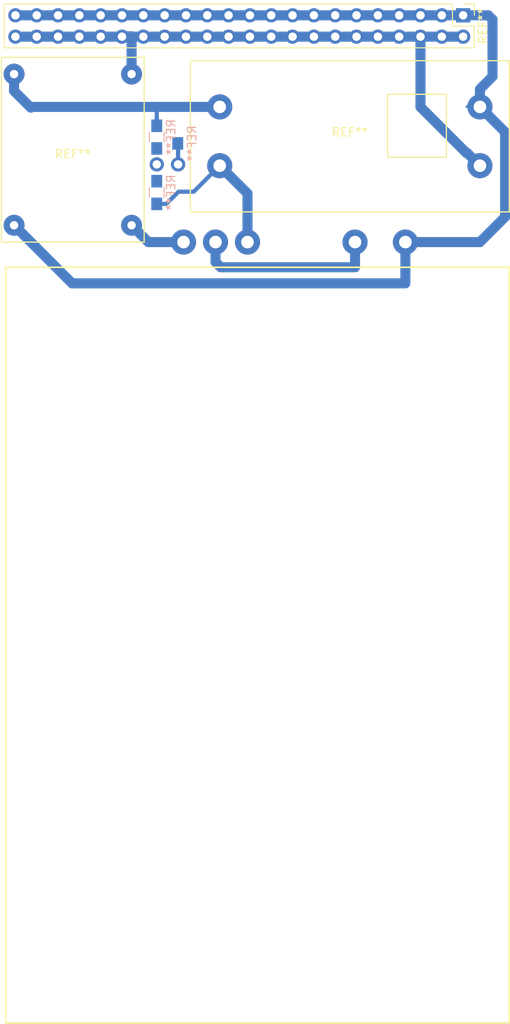
<source format=kicad_pcb>
(kicad_pcb (version 20171130) (host pcbnew 5.0.0)

  (general
    (thickness 1.6)
    (drawings 4)
    (tracks 51)
    (zones 0)
    (modules 8)
    (nets 1)
  )

  (page A4)
  (layers
    (0 F.Cu signal)
    (31 B.Cu signal)
    (32 B.Adhes user)
    (33 F.Adhes user)
    (34 B.Paste user)
    (35 F.Paste user)
    (36 B.SilkS user)
    (37 F.SilkS user)
    (38 B.Mask user)
    (39 F.Mask user)
    (40 Dwgs.User user)
    (41 Cmts.User user)
    (42 Eco1.User user)
    (43 Eco2.User user)
    (44 Edge.Cuts user)
    (45 Margin user)
    (46 B.CrtYd user)
    (47 F.CrtYd user)
    (48 B.Fab user hide)
    (49 F.Fab user hide)
  )

  (setup
    (last_trace_width 1.2)
    (user_trace_width 0.5)
    (user_trace_width 0.8)
    (user_trace_width 1)
    (user_trace_width 1.2)
    (trace_clearance 0.2)
    (zone_clearance 0.508)
    (zone_45_only no)
    (trace_min 0.2)
    (segment_width 0.2)
    (edge_width 0.15)
    (via_size 0.8)
    (via_drill 0.4)
    (via_min_size 0.4)
    (via_min_drill 0.3)
    (uvia_size 0.3)
    (uvia_drill 0.1)
    (uvias_allowed no)
    (uvia_min_size 0.2)
    (uvia_min_drill 0.1)
    (pcb_text_width 0.3)
    (pcb_text_size 1.5 1.5)
    (mod_edge_width 0.15)
    (mod_text_size 1 1)
    (mod_text_width 0.15)
    (pad_size 1.7 1.7)
    (pad_drill 1)
    (pad_to_mask_clearance 0.2)
    (aux_axis_origin 37.5 85)
    (visible_elements FFFFFF7F)
    (pcbplotparams
      (layerselection 0x00000_fffffffe)
      (usegerberextensions false)
      (usegerberattributes false)
      (usegerberadvancedattributes false)
      (creategerberjobfile false)
      (excludeedgelayer true)
      (linewidth 0.150000)
      (plotframeref false)
      (viasonmask false)
      (mode 1)
      (useauxorigin true)
      (hpglpennumber 1)
      (hpglpenspeed 20)
      (hpglpendiameter 15.000000)
      (psnegative false)
      (psa4output false)
      (plotreference true)
      (plotvalue true)
      (plotinvisibletext false)
      (padsonsilk false)
      (subtractmaskfromsilk false)
      (outputformat 1)
      (mirror false)
      (drillshape 0)
      (scaleselection 1)
      (outputdirectory ""))
  )

  (net 0 "")

  (net_class Default "This is the default net class."
    (clearance 0.2)
    (trace_width 0.25)
    (via_dia 0.8)
    (via_drill 0.4)
    (uvia_dia 0.3)
    (uvia_drill 0.1)
  )

  (net_class power ""
    (clearance 0.2)
    (trace_width 1)
    (via_dia 0.8)
    (via_drill 0.4)
    (uvia_dia 0.3)
    (uvia_drill 0.1)
  )

  (module upConv (layer F.Cu) (tedit 5B61B05D) (tstamp 5B61984D)
    (at 81 64.405 180)
    (fp_text reference REF** (at 0 0.5 180) (layer F.SilkS)
      (effects (font (size 1 1) (thickness 0.15)))
    )
    (fp_text value upConv (at 0 -0.5 180) (layer F.Fab)
      (effects (font (size 1 1) (thickness 0.15)))
    )
    (fp_line (start -19 -9) (end -19 9) (layer F.SilkS) (width 0.15))
    (fp_line (start -19 9) (end 19 9) (layer F.SilkS) (width 0.15))
    (fp_line (start 19 9) (end 19 -9) (layer F.SilkS) (width 0.15))
    (fp_line (start 19 -9) (end -19 -9) (layer F.SilkS) (width 0.15))
    (fp_line (start -11.5 5) (end -4.5 5) (layer F.SilkS) (width 0.15))
    (fp_line (start -4.5 5) (end -4.5 -2.5) (layer F.SilkS) (width 0.15))
    (fp_line (start -4.5 -2.5) (end -11.5 -2.5) (layer F.SilkS) (width 0.15))
    (fp_line (start -11.5 -2.5) (end -11.5 5) (layer F.SilkS) (width 0.15))
    (pad out+ thru_hole circle (at -15.5 -3.5 180) (size 3 3) (drill 1.5) (layers *.Cu *.Mask))
    (pad in+ thru_hole circle (at 15.5 -3.5 180) (size 3 3) (drill 1.5) (layers *.Cu *.Mask))
    (pad out- thru_hole circle (at -15.5 3.5 180) (size 3 3) (drill 1.5) (layers *.Cu *.Mask))
    (pad in- thru_hole circle (at 15.5 3.5 180) (size 3 3) (drill 1.5) (layers *.Cu *.Mask))
  )

  (module Resistors_SMD:R_0805_HandSoldering (layer B.Cu) (tedit 5B61AF8C) (tstamp 5B61AFFE)
    (at 60.5 65.25 90)
    (descr "Resistor SMD 0805, hand soldering")
    (tags "resistor 0805")
    (attr smd)
    (fp_text reference REF** (at 0 1.7 90) (layer B.SilkS)
      (effects (font (size 1 1) (thickness 0.15)) (justify mirror))
    )
    (fp_text value " " (at 0 -1.75 90) (layer B.Fab)
      (effects (font (size 1 1) (thickness 0.15)) (justify mirror))
    )
    (pad 1 smd rect (at 0 0 90) (size 1.5 1.3) (layers B.Cu B.Paste B.Mask))
    (model ${KISYS3DMOD}/Resistors_SMD.3dshapes/R_0805.wrl
      (at (xyz 0 0 0))
      (scale (xyz 1 1 1))
      (rotate (xyz 0 0 0))
    )
  )

  (module Resistors_SMD:R_0805_HandSoldering (layer B.Cu) (tedit 58E0A804) (tstamp 5B61AF21)
    (at 58 64.5 90)
    (descr "Resistor SMD 0805, hand soldering")
    (tags "resistor 0805")
    (attr smd)
    (fp_text reference REF** (at 0 1.7 90) (layer B.SilkS)
      (effects (font (size 1 1) (thickness 0.15)) (justify mirror))
    )
    (fp_text value R_0805_HandSoldering (at 0 -1.75 90) (layer B.Fab)
      (effects (font (size 1 1) (thickness 0.15)) (justify mirror))
    )
    (fp_line (start 2.35 -0.9) (end -2.35 -0.9) (layer B.CrtYd) (width 0.05))
    (fp_line (start 2.35 -0.9) (end 2.35 0.9) (layer B.CrtYd) (width 0.05))
    (fp_line (start -2.35 0.9) (end -2.35 -0.9) (layer B.CrtYd) (width 0.05))
    (fp_line (start -2.35 0.9) (end 2.35 0.9) (layer B.CrtYd) (width 0.05))
    (fp_line (start -0.6 0.88) (end 0.6 0.88) (layer B.SilkS) (width 0.12))
    (fp_line (start 0.6 -0.88) (end -0.6 -0.88) (layer B.SilkS) (width 0.12))
    (fp_line (start -1 0.62) (end 1 0.62) (layer B.Fab) (width 0.1))
    (fp_line (start 1 0.62) (end 1 -0.62) (layer B.Fab) (width 0.1))
    (fp_line (start 1 -0.62) (end -1 -0.62) (layer B.Fab) (width 0.1))
    (fp_line (start -1 -0.62) (end -1 0.62) (layer B.Fab) (width 0.1))
    (fp_text user %R (at 0 0 90) (layer B.Fab)
      (effects (font (size 0.5 0.5) (thickness 0.075)) (justify mirror))
    )
    (pad 2 smd rect (at 1.35 0 90) (size 1.5 1.3) (layers B.Cu B.Paste B.Mask))
    (pad 1 smd rect (at -1.35 0 90) (size 1.5 1.3) (layers B.Cu B.Paste B.Mask))
    (model ${KISYS3DMOD}/Resistors_SMD.3dshapes/R_0805.wrl
      (at (xyz 0 0 0))
      (scale (xyz 1 1 1))
      (rotate (xyz 0 0 0))
    )
  )

  (module header (layer F.Cu) (tedit 5B619F85) (tstamp 5B619FD8)
    (at 61.19 77)
    (fp_text reference "" (at 0 0.5) (layer F.SilkS)
      (effects (font (size 1 1) (thickness 0.15)))
    )
    (fp_text value "" (at 0 -0.5) (layer F.Fab)
      (effects (font (size 1 1) (thickness 0.15)))
    )
    (pad 1 thru_hole circle (at 0 0) (size 3 3) (drill 1.5) (layers *.Cu *.Mask))
    (pad 2 thru_hole circle (at 3.81 0) (size 3 3) (drill 1.5) (layers *.Cu *.Mask))
    (pad 3 thru_hole circle (at 7.62 0) (size 3 3) (drill 1.5) (layers *.Cu *.Mask))
  )

  (module header (layer F.Cu) (tedit 5B61AFDC) (tstamp 5B619F38)
    (at 58 67.75)
    (fp_text reference "" (at 0 0.5) (layer F.SilkS)
      (effects (font (size 1 1) (thickness 0.15)))
    )
    (fp_text value "" (at 0 -0.5) (layer F.Fab)
      (effects (font (size 1 1) (thickness 0.15)))
    )
    (pad 2 thru_hole circle (at 2.54 0) (size 1.7 1.7) (drill 1) (layers *.Cu *.Mask))
    (pad 1 thru_hole circle (at 0 0) (size 1.7 1.7) (drill 1) (layers *.Cu *.Mask))
  )

  (module charger (layer F.Cu) (tedit 5B619C10) (tstamp 5B619C79)
    (at 48 66)
    (fp_text reference REF** (at 0 0.5) (layer F.SilkS)
      (effects (font (size 1 1) (thickness 0.15)))
    )
    (fp_text value charger (at 0 -0.5) (layer F.Fab)
      (effects (font (size 1 1) (thickness 0.15)))
    )
    (fp_line (start -8.5 -11) (end 8.5 -11) (layer F.SilkS) (width 0.15))
    (fp_line (start 8.5 -11) (end 8.5 11) (layer F.SilkS) (width 0.15))
    (fp_line (start 8.5 11) (end -8.5 11) (layer F.SilkS) (width 0.15))
    (fp_line (start -8.5 11) (end -8.5 -11) (layer F.SilkS) (width 0.15))
    (pad in- thru_hole circle (at -7 -9) (size 2.5 2.5) (drill 1) (layers *.Cu *.Mask))
    (pad in+ thru_hole circle (at 7 -9) (size 2.5 2.5) (drill 1) (layers *.Cu *.Mask))
    (pad bat- thru_hole circle (at -7 9) (size 2.5 2.5) (drill 1) (layers *.Cu *.Mask))
    (pad bat+ thru_hole circle (at 7 9) (size 2.5 2.5) (drill 1) (layers *.Cu *.Mask))
  )

  (module Resistors_SMD:R_0805_HandSoldering (layer B.Cu) (tedit 58E0A804) (tstamp 5B61AEBF)
    (at 58 71.1 90)
    (descr "Resistor SMD 0805, hand soldering")
    (tags "resistor 0805")
    (attr smd)
    (fp_text reference REF** (at 0 1.7 90) (layer B.SilkS)
      (effects (font (size 1 1) (thickness 0.15)) (justify mirror))
    )
    (fp_text value R_0805_HandSoldering (at 0 -1.75 90) (layer B.Fab)
      (effects (font (size 1 1) (thickness 0.15)) (justify mirror))
    )
    (fp_text user %R (at 0 0 90) (layer B.Fab)
      (effects (font (size 0.5 0.5) (thickness 0.075)) (justify mirror))
    )
    (fp_line (start -1 -0.62) (end -1 0.62) (layer B.Fab) (width 0.1))
    (fp_line (start 1 -0.62) (end -1 -0.62) (layer B.Fab) (width 0.1))
    (fp_line (start 1 0.62) (end 1 -0.62) (layer B.Fab) (width 0.1))
    (fp_line (start -1 0.62) (end 1 0.62) (layer B.Fab) (width 0.1))
    (fp_line (start 0.6 -0.88) (end -0.6 -0.88) (layer B.SilkS) (width 0.12))
    (fp_line (start -0.6 0.88) (end 0.6 0.88) (layer B.SilkS) (width 0.12))
    (fp_line (start -2.35 0.9) (end 2.35 0.9) (layer B.CrtYd) (width 0.05))
    (fp_line (start -2.35 0.9) (end -2.35 -0.9) (layer B.CrtYd) (width 0.05))
    (fp_line (start 2.35 -0.9) (end 2.35 0.9) (layer B.CrtYd) (width 0.05))
    (fp_line (start 2.35 -0.9) (end -2.35 -0.9) (layer B.CrtYd) (width 0.05))
    (pad 1 smd rect (at -1.35 0 90) (size 1.5 1.3) (layers B.Cu B.Paste B.Mask))
    (pad 2 smd rect (at 1.35 0 90) (size 1.5 1.3) (layers B.Cu B.Paste B.Mask))
    (model ${KISYS3DMOD}/Resistors_SMD.3dshapes/R_0805.wrl
      (at (xyz 0 0 0))
      (scale (xyz 1 1 1))
      (rotate (xyz 0 0 0))
    )
  )

  (module Pin_Headers:Pin_Header_Straight_2x22_Pitch2.54mm (layer F.Cu) (tedit 59650533) (tstamp 5B61B27F)
    (at 94.5 50 270)
    (descr "Through hole straight pin header, 2x22, 2.54mm pitch, double rows")
    (tags "Through hole pin header THT 2x22 2.54mm double row")
    (fp_text reference REF** (at 1.27 -2.33 270) (layer F.SilkS)
      (effects (font (size 1 1) (thickness 0.15)))
    )
    (fp_text value Pin_Header_Straight_2x22_Pitch2.54mm (at 1.27 55.67 270) (layer F.Fab)
      (effects (font (size 1 1) (thickness 0.15)))
    )
    (fp_line (start 0 -1.27) (end 3.81 -1.27) (layer F.Fab) (width 0.1))
    (fp_line (start 3.81 -1.27) (end 3.81 54.61) (layer F.Fab) (width 0.1))
    (fp_line (start 3.81 54.61) (end -1.27 54.61) (layer F.Fab) (width 0.1))
    (fp_line (start -1.27 54.61) (end -1.27 0) (layer F.Fab) (width 0.1))
    (fp_line (start -1.27 0) (end 0 -1.27) (layer F.Fab) (width 0.1))
    (fp_line (start -1.33 54.67) (end 3.87 54.67) (layer F.SilkS) (width 0.12))
    (fp_line (start -1.33 1.27) (end -1.33 54.67) (layer F.SilkS) (width 0.12))
    (fp_line (start 3.87 -1.33) (end 3.87 54.67) (layer F.SilkS) (width 0.12))
    (fp_line (start -1.33 1.27) (end 1.27 1.27) (layer F.SilkS) (width 0.12))
    (fp_line (start 1.27 1.27) (end 1.27 -1.33) (layer F.SilkS) (width 0.12))
    (fp_line (start 1.27 -1.33) (end 3.87 -1.33) (layer F.SilkS) (width 0.12))
    (fp_line (start -1.33 0) (end -1.33 -1.33) (layer F.SilkS) (width 0.12))
    (fp_line (start -1.33 -1.33) (end 0 -1.33) (layer F.SilkS) (width 0.12))
    (fp_line (start -1.8 -1.8) (end -1.8 55.15) (layer F.CrtYd) (width 0.05))
    (fp_line (start -1.8 55.15) (end 4.35 55.15) (layer F.CrtYd) (width 0.05))
    (fp_line (start 4.35 55.15) (end 4.35 -1.8) (layer F.CrtYd) (width 0.05))
    (fp_line (start 4.35 -1.8) (end -1.8 -1.8) (layer F.CrtYd) (width 0.05))
    (fp_text user %R (at 1.27 26.67) (layer F.Fab)
      (effects (font (size 1 1) (thickness 0.15)))
    )
    (pad 1 thru_hole rect (at 0 0 270) (size 1.7 1.7) (drill 1) (layers *.Cu *.Mask))
    (pad 2 thru_hole oval (at 2.54 0 270) (size 1.7 1.7) (drill 1) (layers *.Cu *.Mask))
    (pad 3 thru_hole oval (at 0 2.54 270) (size 1.7 1.7) (drill 1) (layers *.Cu *.Mask))
    (pad 4 thru_hole oval (at 2.54 2.54 270) (size 1.7 1.7) (drill 1) (layers *.Cu *.Mask))
    (pad 5 thru_hole oval (at 0 5.08 270) (size 1.7 1.7) (drill 1) (layers *.Cu *.Mask))
    (pad 6 thru_hole oval (at 2.54 5.08 270) (size 1.7 1.7) (drill 1) (layers *.Cu *.Mask))
    (pad 7 thru_hole oval (at 0 7.62 270) (size 1.7 1.7) (drill 1) (layers *.Cu *.Mask))
    (pad 8 thru_hole oval (at 2.54 7.62 270) (size 1.7 1.7) (drill 1) (layers *.Cu *.Mask))
    (pad 9 thru_hole oval (at 0 10.16 270) (size 1.7 1.7) (drill 1) (layers *.Cu *.Mask))
    (pad 10 thru_hole oval (at 2.54 10.16 270) (size 1.7 1.7) (drill 1) (layers *.Cu *.Mask))
    (pad 11 thru_hole oval (at 0 12.7 270) (size 1.7 1.7) (drill 1) (layers *.Cu *.Mask))
    (pad 12 thru_hole oval (at 2.54 12.7 270) (size 1.7 1.7) (drill 1) (layers *.Cu *.Mask))
    (pad 13 thru_hole oval (at 0 15.24 270) (size 1.7 1.7) (drill 1) (layers *.Cu *.Mask))
    (pad 14 thru_hole oval (at 2.54 15.24 270) (size 1.7 1.7) (drill 1) (layers *.Cu *.Mask))
    (pad 15 thru_hole oval (at 0 17.78 270) (size 1.7 1.7) (drill 1) (layers *.Cu *.Mask))
    (pad 16 thru_hole oval (at 2.54 17.78 270) (size 1.7 1.7) (drill 1) (layers *.Cu *.Mask))
    (pad 17 thru_hole oval (at 0 20.32 270) (size 1.7 1.7) (drill 1) (layers *.Cu *.Mask))
    (pad 18 thru_hole oval (at 2.54 20.32 270) (size 1.7 1.7) (drill 1) (layers *.Cu *.Mask))
    (pad 19 thru_hole oval (at 0 22.86 270) (size 1.7 1.7) (drill 1) (layers *.Cu *.Mask))
    (pad 20 thru_hole oval (at 2.54 22.86 270) (size 1.7 1.7) (drill 1) (layers *.Cu *.Mask))
    (pad 21 thru_hole oval (at 0 25.4 270) (size 1.7 1.7) (drill 1) (layers *.Cu *.Mask))
    (pad 22 thru_hole oval (at 2.54 25.4 270) (size 1.7 1.7) (drill 1) (layers *.Cu *.Mask))
    (pad 23 thru_hole oval (at 0 27.94 270) (size 1.7 1.7) (drill 1) (layers *.Cu *.Mask))
    (pad 24 thru_hole oval (at 2.54 27.94 270) (size 1.7 1.7) (drill 1) (layers *.Cu *.Mask))
    (pad 25 thru_hole oval (at 0 30.48 270) (size 1.7 1.7) (drill 1) (layers *.Cu *.Mask))
    (pad 26 thru_hole oval (at 2.54 30.48 270) (size 1.7 1.7) (drill 1) (layers *.Cu *.Mask))
    (pad 27 thru_hole oval (at 0 33.02 270) (size 1.7 1.7) (drill 1) (layers *.Cu *.Mask))
    (pad 28 thru_hole oval (at 2.54 33.02 270) (size 1.7 1.7) (drill 1) (layers *.Cu *.Mask))
    (pad 29 thru_hole oval (at 0 35.56 270) (size 1.7 1.7) (drill 1) (layers *.Cu *.Mask))
    (pad 30 thru_hole oval (at 2.54 35.56 270) (size 1.7 1.7) (drill 1) (layers *.Cu *.Mask))
    (pad 31 thru_hole oval (at 0 38.1 270) (size 1.7 1.7) (drill 1) (layers *.Cu *.Mask))
    (pad 32 thru_hole oval (at 2.54 38.1 270) (size 1.7 1.7) (drill 1) (layers *.Cu *.Mask))
    (pad 33 thru_hole oval (at 0 40.64 270) (size 1.7 1.7) (drill 1) (layers *.Cu *.Mask))
    (pad 34 thru_hole oval (at 2.54 40.64 270) (size 1.7 1.7) (drill 1) (layers *.Cu *.Mask))
    (pad 35 thru_hole oval (at 0 43.18 270) (size 1.7 1.7) (drill 1) (layers *.Cu *.Mask))
    (pad 36 thru_hole oval (at 2.54 43.18 270) (size 1.7 1.7) (drill 1) (layers *.Cu *.Mask))
    (pad 37 thru_hole oval (at 0 45.72 270) (size 1.7 1.7) (drill 1) (layers *.Cu *.Mask))
    (pad 38 thru_hole oval (at 2.54 45.72 270) (size 1.7 1.7) (drill 1) (layers *.Cu *.Mask))
    (pad 39 thru_hole oval (at 0 48.26 270) (size 1.7 1.7) (drill 1) (layers *.Cu *.Mask))
    (pad 40 thru_hole oval (at 2.54 48.26 270) (size 1.7 1.7) (drill 1) (layers *.Cu *.Mask))
    (pad 41 thru_hole oval (at 0 50.8 270) (size 1.7 1.7) (drill 1) (layers *.Cu *.Mask))
    (pad 42 thru_hole oval (at 2.54 50.8 270) (size 1.7 1.7) (drill 1) (layers *.Cu *.Mask))
    (pad 43 thru_hole oval (at 0 53.34 270) (size 1.7 1.7) (drill 1) (layers *.Cu *.Mask))
    (pad 44 thru_hole oval (at 2.54 53.34 270) (size 1.7 1.7) (drill 1) (layers *.Cu *.Mask))
    (model ${KISYS3DMOD}/Pin_Headers.3dshapes/Pin_Header_Straight_2x22_Pitch2.54mm.wrl
      (at (xyz 0 0 0))
      (scale (xyz 1 1 1))
      (rotate (xyz 0 0 0))
    )
  )

  (gr_line (start 40 170) (end 40 80) (layer F.SilkS) (width 0.2))
  (gr_line (start 100 170) (end 40 170) (layer F.SilkS) (width 0.2))
  (gr_line (start 100 80) (end 100 170) (layer F.SilkS) (width 0.2))
  (gr_line (start 40 80) (end 100 80) (layer F.SilkS) (width 0.2))

  (via (at 81.62 77) (size 3) (drill 1.5) (layers F.Cu B.Cu) (net 0))
  (via (at 87.62 77) (size 3) (drill 1.5) (layers F.Cu B.Cu) (net 0) (tstamp 5B619D5F))
  (segment (start 96.52 59.275) (end 94.89 60.905) (width 0.25) (layer B.Cu) (net 0))
  (segment (start 57 77) (end 55 75) (width 1.2) (layer B.Cu) (net 0))
  (segment (start 61.19 77) (end 57 77) (width 1.2) (layer B.Cu) (net 0))
  (segment (start 68.81 71.215) (end 65.5 67.905) (width 1.2) (layer B.Cu) (net 0))
  (segment (start 68.81 77) (end 68.81 71.215) (width 1.2) (layer B.Cu) (net 0))
  (segment (start 81.62 77) (end 81.62 80) (width 1.2) (layer B.Cu) (net 0))
  (segment (start 96.095 60.905) (end 96.5 60.905) (width 1) (layer F.Cu) (net 0))
  (segment (start 41 57) (end 41 59) (width 1.2) (layer B.Cu) (net 0))
  (segment (start 41 59) (end 43 61) (width 1.2) (layer B.Cu) (net 0))
  (segment (start 43 61) (end 43.095 60.905) (width 1) (layer B.Cu) (net 0))
  (segment (start 41 75) (end 42.249999 76.249999) (width 1) (layer B.Cu) (net 0))
  (segment (start 74 80) (end 81.62 80) (width 1.2) (layer B.Cu) (net 0))
  (segment (start 65.625 80) (end 65 79.375) (width 1.2) (layer B.Cu) (net 0))
  (segment (start 74 80) (end 65.625 80) (width 1.2) (layer B.Cu) (net 0))
  (segment (start 65 79.375) (end 65 77) (width 1.2) (layer B.Cu) (net 0))
  (segment (start 87.62 77) (end 87.62 81.905) (width 1.2) (layer B.Cu) (net 0))
  (segment (start 87.62 81.905) (end 87.61 81.915) (width 1) (layer B.Cu) (net 0))
  (segment (start 47.915 81.915) (end 41 75) (width 1.2) (layer B.Cu) (net 0))
  (segment (start 87.61 81.915) (end 47.915 81.915) (width 1.2) (layer B.Cu) (net 0))
  (segment (start 59.15 72.45) (end 60.6 71) (width 0.5) (layer B.Cu) (net 0))
  (segment (start 58 72.45) (end 59.15 72.45) (width 0.5) (layer B.Cu) (net 0))
  (segment (start 62.405 71) (end 65.5 67.905) (width 0.5) (layer B.Cu) (net 0))
  (segment (start 60.6 71) (end 62.405 71) (width 0.5) (layer B.Cu) (net 0))
  (segment (start 58 63.15) (end 58 60.905) (width 0.5) (layer B.Cu) (net 0))
  (segment (start 43.095 60.905) (end 58 60.905) (width 1.2) (layer B.Cu) (net 0))
  (segment (start 58 60.905) (end 65.5 60.905) (width 1.2) (layer B.Cu) (net 0))
  (segment (start 60.54 65.29) (end 60.5 65.25) (width 0.5) (layer B.Cu) (net 0))
  (segment (start 60.54 67.75) (end 60.54 65.29) (width 0.5) (layer B.Cu) (net 0))
  (segment (start 99.5 63.905) (end 96.5 60.905) (width 1.2) (layer B.Cu) (net 0))
  (segment (start 99.5 74) (end 99.5 63.905) (width 1.2) (layer B.Cu) (net 0))
  (segment (start 87.62 77) (end 96.5 77) (width 1.2) (layer B.Cu) (net 0))
  (segment (start 96.5 77) (end 99.5 74) (width 1.2) (layer B.Cu) (net 0))
  (segment (start 96.5 58.78368) (end 98 57.28368) (width 1.2) (layer B.Cu) (net 0))
  (segment (start 96.5 60.905) (end 96.5 58.78368) (width 1.2) (layer B.Cu) (net 0))
  (segment (start 98 57.28368) (end 98 50.5) (width 1.2) (layer B.Cu) (net 0))
  (segment (start 97.5 50) (end 94.5 50) (width 1.2) (layer B.Cu) (net 0))
  (segment (start 98 50.5) (end 97.5 50) (width 1.2) (layer B.Cu) (net 0))
  (segment (start 55 57) (end 55 52.5) (width 1.2) (layer B.Cu) (net 0))
  (segment (start 53.9 52.5) (end 53.86 52.54) (width 1.2) (layer B.Cu) (net 0))
  (segment (start 55 52.5) (end 53.9 52.5) (width 1.2) (layer B.Cu) (net 0))
  (segment (start 95.000001 66.405001) (end 94.905001 66.405001) (width 1.2) (layer B.Cu) (net 0))
  (segment (start 96.5 67.905) (end 95.000001 66.405001) (width 1.2) (layer B.Cu) (net 0))
  (segment (start 89.42 60.92) (end 89.42 52.54) (width 1.2) (layer B.Cu) (net 0))
  (segment (start 94.905001 66.405001) (end 89.42 60.92) (width 1.2) (layer B.Cu) (net 0))
  (segment (start 41.16 52.54) (end 43.7 52.54) (width 1.2) (layer B.Cu) (net 0))
  (segment (start 43.7 52.54) (end 46.24 52.54) (width 1.2) (layer B.Cu) (net 0))
  (segment (start 76.72 52.54) (end 94.5 52.54) (width 1.2) (layer B.Cu) (net 0))
  (segment (start 46.24 52.54) (end 76.72 52.54) (width 1.2) (layer B.Cu) (net 0))
  (segment (start 94.5 50) (end 41.16 50) (width 1.2) (layer B.Cu) (net 0))

)

</source>
